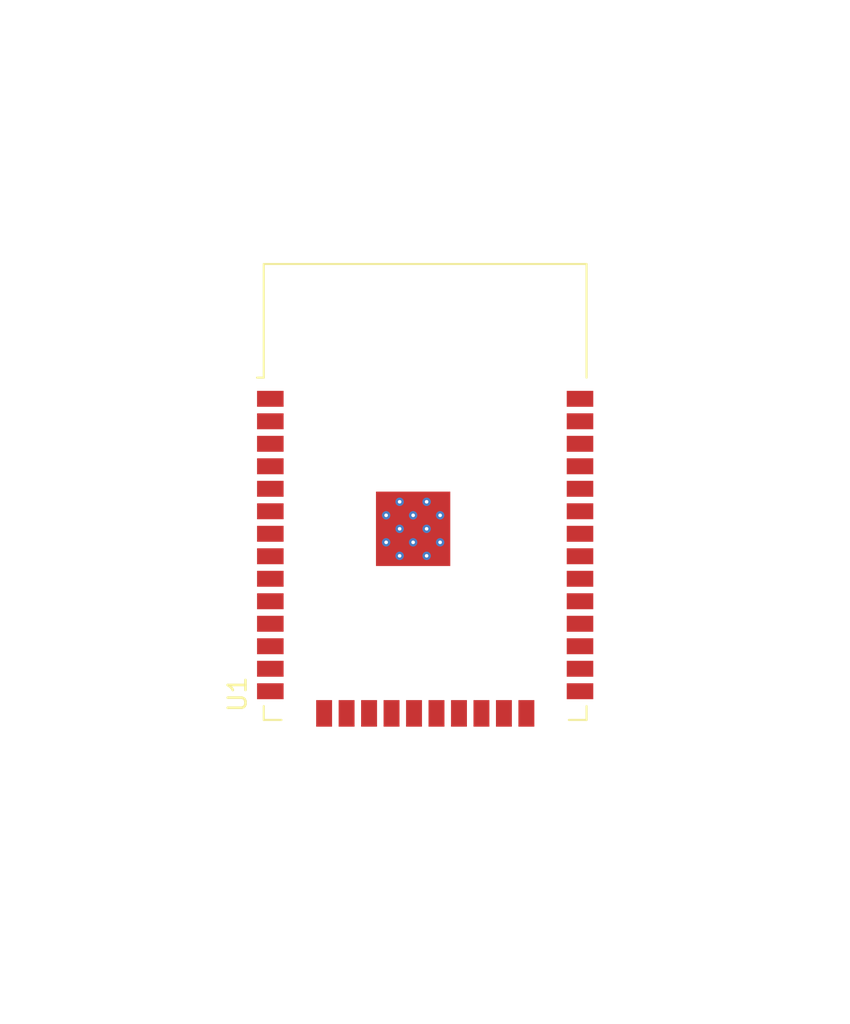
<source format=kicad_pcb>
(kicad_pcb (version 20211014) (generator pcbnew)
  (layers (0 "F.Cu" signal) (31 "B.Cu" signal) (34 "B.Paste" user) (35 "F.Paste" user) (36 "B.SilkS" user "B.Silkscreen") (37 "F.SilkS" user "F.Silkscreen") (38 "B.Mask" user) (39 "F.Mask" user) (44 "Edge.Cuts" user))
  (net 0 "")
  (net 1 "Net-(U1-Pad1)")
  (footprint "RF_Module:ESP32-WROOM-32" (layer "F.Cu") (at 175 80.5)
    (fp_text reference "U1" (at -10.61 8.43 90) (layer "F.SilkS"))
    (fp_text value "ESP32-WROOM-32D")
    (fp_line (start -9.12 -15.86) (end 9.12 -15.86) (layer "F.SilkS") (width 0.12))
    (fp_line (start -9.12 -9.445) (end -9.5 -9.445) (layer "F.SilkS") (width 0.12))
    (fp_line (start 9.12 9.88) (end 8.12 9.88) (layer "F.SilkS") (width 0.12))
    (fp_line (start 9.12 9.1) (end 9.12 9.88) (layer "F.SilkS") (width 0.12))
    (fp_line (start -9.12 9.1) (end -9.12 9.88) (layer "F.SilkS") (width 0.12))
    (fp_line (start -9.12 9.88) (end -8.12 9.88) (layer "F.SilkS") (width 0.12))
    (fp_line (start -9.12 -15.86) (end -9.12 -9.445) (layer "F.SilkS") (width 0.12))
    (fp_line (start 9.12 -15.86) (end 9.12 -9.445) (layer "F.SilkS") (width 0.12))
    (pad "1" smd rect (at -8.75 -8.25) (size 1.5 0.9) (layers "F.Cu" "F.Paste" "F.Mask") (net 1 "Net-(U1-Pad1)"))
    (pad "2" smd rect (at -8.75 -6.98) (size 1.5 0.9) (layers "F.Cu" "F.Paste" "F.Mask"))
    (pad "3" smd rect (at -8.75 -5.71) (size 1.5 0.9) (layers "F.Cu" "F.Paste" "F.Mask"))
    (pad "4" smd rect (at -8.75 -4.44) (size 1.5 0.9) (layers "F.Cu" "F.Paste" "F.Mask"))
    (pad "5" smd rect (at -8.75 -3.17) (size 1.5 0.9) (layers "F.Cu" "F.Paste" "F.Mask"))
    (pad "6" smd rect (at -8.75 -1.9) (size 1.5 0.9) (layers "F.Cu" "F.Paste" "F.Mask"))
    (pad "7" smd rect (at -8.75 -0.63) (size 1.5 0.9) (layers "F.Cu" "F.Paste" "F.Mask"))
    (pad "8" smd rect (at -8.75 0.64) (size 1.5 0.9) (layers "F.Cu" "F.Paste" "F.Mask"))
    (pad "9" smd rect (at -8.75 1.91) (size 1.5 0.9) (layers "F.Cu" "F.Paste" "F.Mask"))
    (pad "10" smd rect (at -8.75 3.18) (size 1.5 0.9) (layers "F.Cu" "F.Paste" "F.Mask"))
    (pad "11" smd rect (at -8.75 4.45) (size 1.5 0.9) (layers "F.Cu" "F.Paste" "F.Mask"))
    (pad "12" smd rect (at -8.75 5.72) (size 1.5 0.9) (layers "F.Cu" "F.Paste" "F.Mask"))
    (pad "13" smd rect (at -8.75 6.99) (size 1.5 0.9) (layers "F.Cu" "F.Paste" "F.Mask"))
    (pad "14" smd rect (at -8.75 8.26) (size 1.5 0.9) (layers "F.Cu" "F.Paste" "F.Mask"))
    (pad "15" smd rect (at -5.71 9.51 90) (size 1.5 0.9) (layers "F.Cu" "F.Paste" "F.Mask") (net 1 "Net-(U1-Pad1)"))
    (pad "16" smd rect (at -4.44 9.51 90) (size 1.5 0.9) (layers "F.Cu" "F.Paste" "F.Mask"))
    (pad "17" smd rect (at -3.17 9.51 90) (size 1.5 0.9) (layers "F.Cu" "F.Paste" "F.Mask"))
    (pad "18" smd rect (at -1.9 9.51 90) (size 1.5 0.9) (layers "F.Cu" "F.Paste" "F.Mask"))
    (pad "19" smd rect (at -0.63 9.51 90) (size 1.5 0.9) (layers "F.Cu" "F.Paste" "F.Mask"))
    (pad "20" smd rect (at 0.64 9.51 90) (size 1.5 0.9) (layers "F.Cu" "F.Paste" "F.Mask"))
    (pad "21" smd rect (at 1.91 9.51 90) (size 1.5 0.9) (layers "F.Cu" "F.Paste" "F.Mask"))
    (pad "22" smd rect (at 3.18 9.51 90) (size 1.5 0.9) (layers "F.Cu" "F.Paste" "F.Mask"))
    (pad "23" smd rect (at 4.45 9.51 90) (size 1.5 0.9) (layers "F.Cu" "F.Paste" "F.Mask"))
    (pad "24" smd rect (at 5.72 9.51 90) (size 1.5 0.9) (layers "F.Cu" "F.Paste" "F.Mask"))
    (pad "25" smd rect (at 8.75 8.26) (size 1.5 0.9) (layers "F.Cu" "F.Paste" "F.Mask"))
    (pad "26" smd rect (at 8.75 6.99) (size 1.5 0.9) (layers "F.Cu" "F.Paste" "F.Mask"))
    (pad "27" smd rect (at 8.75 5.72) (size 1.5 0.9) (layers "F.Cu" "F.Paste" "F.Mask"))
    (pad "28" smd rect (at 8.75 4.45) (size 1.5 0.9) (layers "F.Cu" "F.Paste" "F.Mask"))
    (pad "29" smd rect (at 8.75 3.18) (size 1.5 0.9) (layers "F.Cu" "F.Paste" "F.Mask"))
    (pad "30" smd rect (at 8.75 1.91) (size 1.5 0.9) (layers "F.Cu" "F.Paste" "F.Mask"))
    (pad "31" smd rect (at 8.75 0.64) (size 1.5 0.9) (layers "F.Cu" "F.Paste" "F.Mask"))
    (pad "32" smd rect (at 8.75 -0.63) (size 1.5 0.9) (layers "F.Cu" "F.Paste" "F.Mask"))
    (pad "33" smd rect (at 8.75 -1.9) (size 1.5 0.9) (layers "F.Cu" "F.Paste" "F.Mask"))
    (pad "34" smd rect (at 8.75 -3.17) (size 1.5 0.9) (layers "F.Cu" "F.Paste" "F.Mask"))
    (pad "35" smd rect (at 8.75 -4.44) (size 1.5 0.9) (layers "F.Cu" "F.Paste" "F.Mask"))
    (pad "36" smd rect (at 8.75 -5.71) (size 1.5 0.9) (layers "F.Cu" "F.Paste" "F.Mask"))
    (pad "37" smd rect (at 8.75 -6.98) (size 1.5 0.9) (layers "F.Cu" "F.Paste" "F.Mask"))
    (pad "38" smd rect (at 8.75 -8.25) (size 1.5 0.9) (layers "F.Cu" "F.Paste" "F.Mask") (net 1 "Net-(U1-Pad1)"))
    (pad "39" smd rect (at -0.68 -0.91) (size 4.2 4.2) (layers "F.Cu" "F.Mask") (net 1 "Net-(U1-Pad1)"))
    (pad "39" thru_hole circle (at 0.0825 -0.91) (size 0.475 0.475) (drill 0.2) (property pad_prop_heatsink) (layers *.Cu "F.Mask") (net 1 "Net-(U1-Pad1)"))
    (pad "39" thru_hole circle (at -0.68 -0.1475) (size 0.475 0.475) (drill 0.2) (property pad_prop_heatsink) (layers *.Cu "F.Mask") (net 1 "Net-(U1-Pad1)"))
    (pad "39" thru_hole circle (at -1.4425 -0.91) (size 0.475 0.475) (drill 0.2) (property pad_prop_heatsink) (layers *.Cu "F.Mask") (net 1 "Net-(U1-Pad1)"))
    (pad "39" thru_hole circle (at -2.205 -1.6725) (size 0.475 0.475) (drill 0.2) (property pad_prop_heatsink) (layers *.Cu "F.Mask") (net 1 "Net-(U1-Pad1)"))
    (pad "39" thru_hole circle (at -2.205 -0.1475) (size 0.475 0.475) (drill 0.2) (property pad_prop_heatsink) (layers *.Cu "F.Mask") (net 1 "Net-(U1-Pad1)"))
    (pad "39" thru_hole circle (at -1.4425 0.615) (size 0.475 0.475) (drill 0.2) (property pad_prop_heatsink) (layers *.Cu "F.Mask") (net 1 "Net-(U1-Pad1)"))
    (pad "39" smd rect (at 0.845 0.615) (size 1.05 1.05) (layers "F.Cu" "F.Paste") (net 1 "Net-(U1-Pad1)"))
    (pad "39" thru_hole circle (at 0.845 -1.6725) (size 0.475 0.475) (drill 0.2) (property pad_prop_heatsink) (layers *.Cu "F.Mask") (net 1 "Net-(U1-Pad1)"))
    (pad "39" smd rect (at -0.68 -0.91) (size 1.05 1.05) (layers "F.Cu" "F.Paste") (net 1 "Net-(U1-Pad1)"))
    (pad "39" smd rect (at 0.845 -0.91) (size 1.05 1.05) (layers "F.Cu" "F.Paste") (net 1 "Net-(U1-Pad1)"))
    (pad "39" thru_hole circle (at 0.845 -0.1475) (size 0.475 0.475) (drill 0.2) (property pad_prop_heatsink) (layers *.Cu "F.Mask") (net 1 "Net-(U1-Pad1)"))
    (pad "39" thru_hole circle (at -1.4425 -2.435) (size 0.475 0.475) (drill 0.2) (property pad_prop_heatsink) (layers *.Cu "F.Mask") (net 1 "Net-(U1-Pad1)"))
    (pad "39" thru_hole circle (at -0.68 -1.6725) (size 0.475 0.475) (drill 0.2) (property pad_prop_heatsink) (layers *.Cu "F.Mask") (net 1 "Net-(U1-Pad1)"))
    (pad "39" smd rect (at -2.205 -0.91) (size 1.05 1.05) (layers "F.Cu" "F.Paste") (net 1 "Net-(U1-Pad1)"))
    (pad "39" smd rect (at -0.68 -2.435) (size 1.05 1.05) (layers "F.Cu" "F.Paste") (net 1 "Net-(U1-Pad1)"))
    (pad "39" smd rect (at -2.205 -2.435) (size 1.05 1.05) (layers "F.Cu" "F.Paste") (net 1 "Net-(U1-Pad1)"))
    (pad "39" thru_hole circle (at 0.0825 -2.435) (size 0.475 0.475) (drill 0.2) (property pad_prop_heatsink) (layers *.Cu "F.Mask") (net 1 "Net-(U1-Pad1)"))
    (pad "39" smd rect (at 0.845 -2.435) (size 1.05 1.05) (layers "F.Cu" "F.Paste") (net 1 "Net-(U1-Pad1)"))
    (pad "39" smd rect (at -0.68 0.615) (size 1.05 1.05) (layers "F.Cu" "F.Paste") (net 1 "Net-(U1-Pad1)"))
    (pad "39" smd rect (at -2.205 0.615) (size 1.05 1.05) (layers "F.Cu" "F.Paste") (net 1 "Net-(U1-Pad1)"))
    (pad "39" thru_hole circle (at 0.0825 0.615) (size 0.475 0.475) (drill 0.2) (property pad_prop_heatsink) (layers *.Cu "F.Mask") (net 1 "Net-(U1-Pad1)"))
  )
)
</source>
